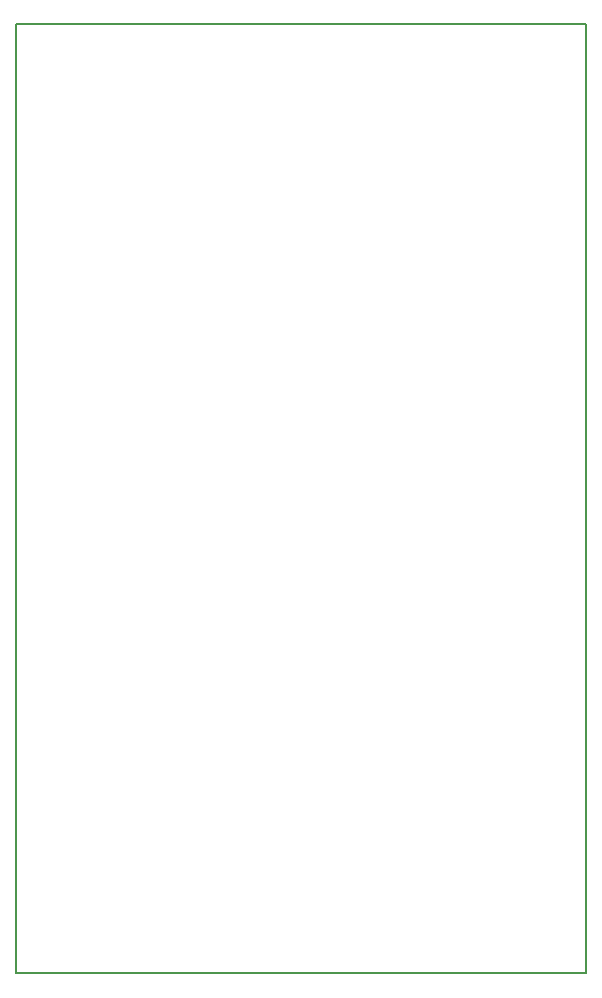
<source format=gm1>
G04 MADE WITH FRITZING*
G04 WWW.FRITZING.ORG*
G04 DOUBLE SIDED*
G04 HOLES PLATED*
G04 CONTOUR ON CENTER OF CONTOUR VECTOR*
%ASAXBY*%
%FSLAX23Y23*%
%MOIN*%
%OFA0B0*%
%SFA1.0B1.0*%
%ADD10R,1.910610X3.170460*%
%ADD11C,0.008000*%
%ADD10C,0.008*%
%LNCONTOUR*%
G90*
G70*
G54D10*
G54D11*
X4Y3166D02*
X1907Y3166D01*
X1907Y4D01*
X4Y4D01*
X4Y3166D01*
D02*
G04 End of contour*
M02*
</source>
